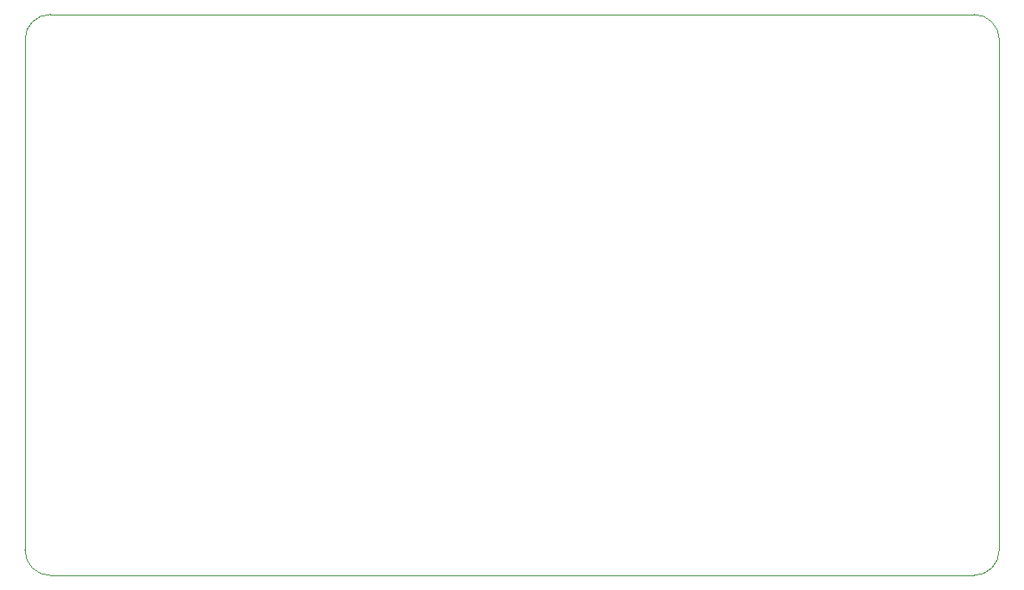
<source format=gbr>
%TF.GenerationSoftware,KiCad,Pcbnew,7.0.6-7.0.6~ubuntu22.10.1*%
%TF.CreationDate,2023-08-12T22:12:45-04:00*%
%TF.ProjectId,ZachEKeyboard,5a616368-454b-4657-9962-6f6172642e6b,rev?*%
%TF.SameCoordinates,Original*%
%TF.FileFunction,Profile,NP*%
%FSLAX46Y46*%
G04 Gerber Fmt 4.6, Leading zero omitted, Abs format (unit mm)*
G04 Created by KiCad (PCBNEW 7.0.6-7.0.6~ubuntu22.10.1) date 2023-08-12 22:12:45*
%MOMM*%
%LPD*%
G01*
G04 APERTURE LIST*
%TA.AperFunction,Profile*%
%ADD10C,0.100000*%
%TD*%
G04 APERTURE END LIST*
D10*
X65412500Y-55768750D02*
G75*
G03*
X62912500Y-58268750I0J-2500000D01*
G01*
X158543750Y-58268750D02*
G75*
G03*
X156043750Y-55768750I-2499950J50D01*
G01*
X65412500Y-55768750D02*
X156043750Y-55768750D01*
X62912550Y-108418750D02*
G75*
G03*
X65412500Y-110918750I2499950J-50D01*
G01*
X62912500Y-108418750D02*
X62912500Y-58268750D01*
X156043750Y-110918750D02*
G75*
G03*
X158543750Y-108418750I50J2499950D01*
G01*
X158543750Y-58268750D02*
X158543750Y-108418750D01*
X156043750Y-110918750D02*
X65412500Y-110918750D01*
M02*

</source>
